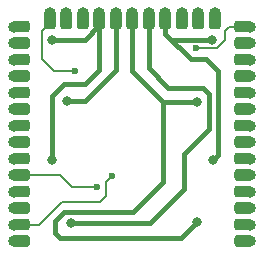
<source format=gtl>
G04 #@! TF.GenerationSoftware,KiCad,Pcbnew,(5.1.10)-1*
G04 #@! TF.CreationDate,2021-10-06T10:46:06+02:00*
G04 #@! TF.ProjectId,OBJEX_Socket-V2.0,4f424a45-585f-4536-9f63-6b65742d5632,rev?*
G04 #@! TF.SameCoordinates,Original*
G04 #@! TF.FileFunction,Copper,L1,Top*
G04 #@! TF.FilePolarity,Positive*
%FSLAX46Y46*%
G04 Gerber Fmt 4.6, Leading zero omitted, Abs format (unit mm)*
G04 Created by KiCad (PCBNEW (5.1.10)-1) date 2021-10-06 10:46:06*
%MOMM*%
%LPD*%
G01*
G04 APERTURE LIST*
G04 #@! TA.AperFunction,ComponentPad*
%ADD10O,1.000000X1.000000*%
G04 #@! TD*
G04 #@! TA.AperFunction,ViaPad*
%ADD11C,0.800000*%
G04 #@! TD*
G04 #@! TA.AperFunction,ViaPad*
%ADD12C,0.600000*%
G04 #@! TD*
G04 #@! TA.AperFunction,Conductor*
%ADD13C,0.400000*%
G04 #@! TD*
G04 #@! TA.AperFunction,Conductor*
%ADD14C,0.200000*%
G04 #@! TD*
G04 APERTURE END LIST*
G04 #@! TA.AperFunction,ComponentPad*
G36*
G01*
X135347520Y-88837960D02*
X135347520Y-89337960D01*
G75*
G02*
X135097520Y-89587960I-250000J0D01*
G01*
X134097520Y-89587960D01*
G75*
G02*
X133847520Y-89337960I0J250000D01*
G01*
X133847520Y-88837960D01*
G75*
G02*
X134097520Y-88587960I250000J0D01*
G01*
X135097520Y-88587960D01*
G75*
G02*
X135347520Y-88837960I0J-250000D01*
G01*
G37*
G04 #@! TD.AperFunction*
D10*
X133981520Y-89089560D03*
X133981520Y-90486560D03*
G04 #@! TA.AperFunction,ComponentPad*
G36*
G01*
X135347520Y-90234960D02*
X135347520Y-90734960D01*
G75*
G02*
X135097520Y-90984960I-250000J0D01*
G01*
X134097520Y-90984960D01*
G75*
G02*
X133847520Y-90734960I0J250000D01*
G01*
X133847520Y-90234960D01*
G75*
G02*
X134097520Y-89984960I250000J0D01*
G01*
X135097520Y-89984960D01*
G75*
G02*
X135347520Y-90234960I0J-250000D01*
G01*
G37*
G04 #@! TD.AperFunction*
X133981520Y-91883560D03*
G04 #@! TA.AperFunction,ComponentPad*
G36*
G01*
X135347520Y-91631960D02*
X135347520Y-92131960D01*
G75*
G02*
X135097520Y-92381960I-250000J0D01*
G01*
X134097520Y-92381960D01*
G75*
G02*
X133847520Y-92131960I0J250000D01*
G01*
X133847520Y-91631960D01*
G75*
G02*
X134097520Y-91381960I250000J0D01*
G01*
X135097520Y-91381960D01*
G75*
G02*
X135347520Y-91631960I0J-250000D01*
G01*
G37*
G04 #@! TD.AperFunction*
G04 #@! TA.AperFunction,ComponentPad*
G36*
G01*
X135347520Y-94425960D02*
X135347520Y-94925960D01*
G75*
G02*
X135097520Y-95175960I-250000J0D01*
G01*
X134097520Y-95175960D01*
G75*
G02*
X133847520Y-94925960I0J250000D01*
G01*
X133847520Y-94425960D01*
G75*
G02*
X134097520Y-94175960I250000J0D01*
G01*
X135097520Y-94175960D01*
G75*
G02*
X135347520Y-94425960I0J-250000D01*
G01*
G37*
G04 #@! TD.AperFunction*
X133981520Y-94677560D03*
X133981520Y-93280560D03*
G04 #@! TA.AperFunction,ComponentPad*
G36*
G01*
X135347520Y-93028960D02*
X135347520Y-93528960D01*
G75*
G02*
X135097520Y-93778960I-250000J0D01*
G01*
X134097520Y-93778960D01*
G75*
G02*
X133847520Y-93528960I0J250000D01*
G01*
X133847520Y-93028960D01*
G75*
G02*
X134097520Y-92778960I250000J0D01*
G01*
X135097520Y-92778960D01*
G75*
G02*
X135347520Y-93028960I0J-250000D01*
G01*
G37*
G04 #@! TD.AperFunction*
G04 #@! TA.AperFunction,ComponentPad*
G36*
G01*
X135347520Y-95822960D02*
X135347520Y-96322960D01*
G75*
G02*
X135097520Y-96572960I-250000J0D01*
G01*
X134097520Y-96572960D01*
G75*
G02*
X133847520Y-96322960I0J250000D01*
G01*
X133847520Y-95822960D01*
G75*
G02*
X134097520Y-95572960I250000J0D01*
G01*
X135097520Y-95572960D01*
G75*
G02*
X135347520Y-95822960I0J-250000D01*
G01*
G37*
G04 #@! TD.AperFunction*
X133981520Y-96074560D03*
G04 #@! TA.AperFunction,ComponentPad*
G36*
G01*
X135347520Y-98616960D02*
X135347520Y-99116960D01*
G75*
G02*
X135097520Y-99366960I-250000J0D01*
G01*
X134097520Y-99366960D01*
G75*
G02*
X133847520Y-99116960I0J250000D01*
G01*
X133847520Y-98616960D01*
G75*
G02*
X134097520Y-98366960I250000J0D01*
G01*
X135097520Y-98366960D01*
G75*
G02*
X135347520Y-98616960I0J-250000D01*
G01*
G37*
G04 #@! TD.AperFunction*
X133981520Y-98868560D03*
X133981520Y-97471560D03*
G04 #@! TA.AperFunction,ComponentPad*
G36*
G01*
X135347520Y-97219960D02*
X135347520Y-97719960D01*
G75*
G02*
X135097520Y-97969960I-250000J0D01*
G01*
X134097520Y-97969960D01*
G75*
G02*
X133847520Y-97719960I0J250000D01*
G01*
X133847520Y-97219960D01*
G75*
G02*
X134097520Y-96969960I250000J0D01*
G01*
X135097520Y-96969960D01*
G75*
G02*
X135347520Y-97219960I0J-250000D01*
G01*
G37*
G04 #@! TD.AperFunction*
X133981520Y-101662560D03*
G04 #@! TA.AperFunction,ComponentPad*
G36*
G01*
X135347520Y-100013960D02*
X135347520Y-100513960D01*
G75*
G02*
X135097520Y-100763960I-250000J0D01*
G01*
X134097520Y-100763960D01*
G75*
G02*
X133847520Y-100513960I0J250000D01*
G01*
X133847520Y-100013960D01*
G75*
G02*
X134097520Y-99763960I250000J0D01*
G01*
X135097520Y-99763960D01*
G75*
G02*
X135347520Y-100013960I0J-250000D01*
G01*
G37*
G04 #@! TD.AperFunction*
X133981520Y-104456560D03*
G04 #@! TA.AperFunction,ComponentPad*
G36*
G01*
X135347520Y-104204960D02*
X135347520Y-104704960D01*
G75*
G02*
X135097520Y-104954960I-250000J0D01*
G01*
X134097520Y-104954960D01*
G75*
G02*
X133847520Y-104704960I0J250000D01*
G01*
X133847520Y-104204960D01*
G75*
G02*
X134097520Y-103954960I250000J0D01*
G01*
X135097520Y-103954960D01*
G75*
G02*
X135347520Y-104204960I0J-250000D01*
G01*
G37*
G04 #@! TD.AperFunction*
X133981520Y-100265560D03*
X133981520Y-103059560D03*
G04 #@! TA.AperFunction,ComponentPad*
G36*
G01*
X135347520Y-102807960D02*
X135347520Y-103307960D01*
G75*
G02*
X135097520Y-103557960I-250000J0D01*
G01*
X134097520Y-103557960D01*
G75*
G02*
X133847520Y-103307960I0J250000D01*
G01*
X133847520Y-102807960D01*
G75*
G02*
X134097520Y-102557960I250000J0D01*
G01*
X135097520Y-102557960D01*
G75*
G02*
X135347520Y-102807960I0J-250000D01*
G01*
G37*
G04 #@! TD.AperFunction*
G04 #@! TA.AperFunction,ComponentPad*
G36*
G01*
X135347520Y-101410960D02*
X135347520Y-101910960D01*
G75*
G02*
X135097520Y-102160960I-250000J0D01*
G01*
X134097520Y-102160960D01*
G75*
G02*
X133847520Y-101910960I0J250000D01*
G01*
X133847520Y-101410960D01*
G75*
G02*
X134097520Y-101160960I250000J0D01*
G01*
X135097520Y-101160960D01*
G75*
G02*
X135347520Y-101410960I0J-250000D01*
G01*
G37*
G04 #@! TD.AperFunction*
X133981520Y-87692560D03*
G04 #@! TA.AperFunction,ComponentPad*
G36*
G01*
X135347520Y-87440960D02*
X135347520Y-87940960D01*
G75*
G02*
X135097520Y-88190960I-250000J0D01*
G01*
X134097520Y-88190960D01*
G75*
G02*
X133847520Y-87940960I0J250000D01*
G01*
X133847520Y-87440960D01*
G75*
G02*
X134097520Y-87190960I250000J0D01*
G01*
X135097520Y-87190960D01*
G75*
G02*
X135347520Y-87440960I0J-250000D01*
G01*
G37*
G04 #@! TD.AperFunction*
G04 #@! TA.AperFunction,ComponentPad*
G36*
G01*
X154156120Y-87440960D02*
X154156120Y-87940960D01*
G75*
G02*
X153906120Y-88190960I-250000J0D01*
G01*
X152906120Y-88190960D01*
G75*
G02*
X152656120Y-87940960I0J250000D01*
G01*
X152656120Y-87440960D01*
G75*
G02*
X152906120Y-87190960I250000J0D01*
G01*
X153906120Y-87190960D01*
G75*
G02*
X154156120Y-87440960I0J-250000D01*
G01*
G37*
G04 #@! TD.AperFunction*
X154022120Y-103059560D03*
G04 #@! TA.AperFunction,ComponentPad*
G36*
G01*
X154156120Y-95822960D02*
X154156120Y-96322960D01*
G75*
G02*
X153906120Y-96572960I-250000J0D01*
G01*
X152906120Y-96572960D01*
G75*
G02*
X152656120Y-96322960I0J250000D01*
G01*
X152656120Y-95822960D01*
G75*
G02*
X152906120Y-95572960I250000J0D01*
G01*
X153906120Y-95572960D01*
G75*
G02*
X154156120Y-95822960I0J-250000D01*
G01*
G37*
G04 #@! TD.AperFunction*
X154022120Y-90486560D03*
X154022120Y-91883560D03*
G04 #@! TA.AperFunction,ComponentPad*
G36*
G01*
X154156120Y-101410960D02*
X154156120Y-101910960D01*
G75*
G02*
X153906120Y-102160960I-250000J0D01*
G01*
X152906120Y-102160960D01*
G75*
G02*
X152656120Y-101910960I0J250000D01*
G01*
X152656120Y-101410960D01*
G75*
G02*
X152906120Y-101160960I250000J0D01*
G01*
X153906120Y-101160960D01*
G75*
G02*
X154156120Y-101410960I0J-250000D01*
G01*
G37*
G04 #@! TD.AperFunction*
G04 #@! TA.AperFunction,ComponentPad*
G36*
G01*
X154156120Y-104204960D02*
X154156120Y-104704960D01*
G75*
G02*
X153906120Y-104954960I-250000J0D01*
G01*
X152906120Y-104954960D01*
G75*
G02*
X152656120Y-104704960I0J250000D01*
G01*
X152656120Y-104204960D01*
G75*
G02*
X152906120Y-103954960I250000J0D01*
G01*
X153906120Y-103954960D01*
G75*
G02*
X154156120Y-104204960I0J-250000D01*
G01*
G37*
G04 #@! TD.AperFunction*
G04 #@! TA.AperFunction,ComponentPad*
G36*
G01*
X154156120Y-97219960D02*
X154156120Y-97719960D01*
G75*
G02*
X153906120Y-97969960I-250000J0D01*
G01*
X152906120Y-97969960D01*
G75*
G02*
X152656120Y-97719960I0J250000D01*
G01*
X152656120Y-97219960D01*
G75*
G02*
X152906120Y-96969960I250000J0D01*
G01*
X153906120Y-96969960D01*
G75*
G02*
X154156120Y-97219960I0J-250000D01*
G01*
G37*
G04 #@! TD.AperFunction*
G04 #@! TA.AperFunction,ComponentPad*
G36*
G01*
X154156120Y-93028960D02*
X154156120Y-93528960D01*
G75*
G02*
X153906120Y-93778960I-250000J0D01*
G01*
X152906120Y-93778960D01*
G75*
G02*
X152656120Y-93528960I0J250000D01*
G01*
X152656120Y-93028960D01*
G75*
G02*
X152906120Y-92778960I250000J0D01*
G01*
X153906120Y-92778960D01*
G75*
G02*
X154156120Y-93028960I0J-250000D01*
G01*
G37*
G04 #@! TD.AperFunction*
X154022120Y-94677560D03*
X154022120Y-98868560D03*
X154022120Y-100265560D03*
G04 #@! TA.AperFunction,ComponentPad*
G36*
G01*
X154156120Y-88837960D02*
X154156120Y-89337960D01*
G75*
G02*
X153906120Y-89587960I-250000J0D01*
G01*
X152906120Y-89587960D01*
G75*
G02*
X152656120Y-89337960I0J250000D01*
G01*
X152656120Y-88837960D01*
G75*
G02*
X152906120Y-88587960I250000J0D01*
G01*
X153906120Y-88587960D01*
G75*
G02*
X154156120Y-88837960I0J-250000D01*
G01*
G37*
G04 #@! TD.AperFunction*
X154022120Y-104456560D03*
X154022120Y-89089560D03*
G04 #@! TA.AperFunction,ComponentPad*
G36*
G01*
X154156120Y-100013960D02*
X154156120Y-100513960D01*
G75*
G02*
X153906120Y-100763960I-250000J0D01*
G01*
X152906120Y-100763960D01*
G75*
G02*
X152656120Y-100513960I0J250000D01*
G01*
X152656120Y-100013960D01*
G75*
G02*
X152906120Y-99763960I250000J0D01*
G01*
X153906120Y-99763960D01*
G75*
G02*
X154156120Y-100013960I0J-250000D01*
G01*
G37*
G04 #@! TD.AperFunction*
G04 #@! TA.AperFunction,ComponentPad*
G36*
G01*
X154156120Y-102807960D02*
X154156120Y-103307960D01*
G75*
G02*
X153906120Y-103557960I-250000J0D01*
G01*
X152906120Y-103557960D01*
G75*
G02*
X152656120Y-103307960I0J250000D01*
G01*
X152656120Y-102807960D01*
G75*
G02*
X152906120Y-102557960I250000J0D01*
G01*
X153906120Y-102557960D01*
G75*
G02*
X154156120Y-102807960I0J-250000D01*
G01*
G37*
G04 #@! TD.AperFunction*
X154022120Y-97471560D03*
G04 #@! TA.AperFunction,ComponentPad*
G36*
G01*
X154156120Y-94425960D02*
X154156120Y-94925960D01*
G75*
G02*
X153906120Y-95175960I-250000J0D01*
G01*
X152906120Y-95175960D01*
G75*
G02*
X152656120Y-94925960I0J250000D01*
G01*
X152656120Y-94425960D01*
G75*
G02*
X152906120Y-94175960I250000J0D01*
G01*
X153906120Y-94175960D01*
G75*
G02*
X154156120Y-94425960I0J-250000D01*
G01*
G37*
G04 #@! TD.AperFunction*
G04 #@! TA.AperFunction,ComponentPad*
G36*
G01*
X154156120Y-98616960D02*
X154156120Y-99116960D01*
G75*
G02*
X153906120Y-99366960I-250000J0D01*
G01*
X152906120Y-99366960D01*
G75*
G02*
X152656120Y-99116960I0J250000D01*
G01*
X152656120Y-98616960D01*
G75*
G02*
X152906120Y-98366960I250000J0D01*
G01*
X153906120Y-98366960D01*
G75*
G02*
X154156120Y-98616960I0J-250000D01*
G01*
G37*
G04 #@! TD.AperFunction*
X154022120Y-96074560D03*
X154022120Y-93280560D03*
G04 #@! TA.AperFunction,ComponentPad*
G36*
G01*
X154156120Y-90234960D02*
X154156120Y-90734960D01*
G75*
G02*
X153906120Y-90984960I-250000J0D01*
G01*
X152906120Y-90984960D01*
G75*
G02*
X152656120Y-90734960I0J250000D01*
G01*
X152656120Y-90234960D01*
G75*
G02*
X152906120Y-89984960I250000J0D01*
G01*
X153906120Y-89984960D01*
G75*
G02*
X154156120Y-90234960I0J-250000D01*
G01*
G37*
G04 #@! TD.AperFunction*
X154022120Y-101662560D03*
X154022120Y-87692560D03*
G04 #@! TA.AperFunction,ComponentPad*
G36*
G01*
X154156120Y-91631960D02*
X154156120Y-92131960D01*
G75*
G02*
X153906120Y-92381960I-250000J0D01*
G01*
X152906120Y-92381960D01*
G75*
G02*
X152656120Y-92131960I0J250000D01*
G01*
X152656120Y-91631960D01*
G75*
G02*
X152906120Y-91381960I250000J0D01*
G01*
X153906120Y-91381960D01*
G75*
G02*
X154156120Y-91631960I0J-250000D01*
G01*
G37*
G04 #@! TD.AperFunction*
G04 #@! TA.AperFunction,ComponentPad*
G36*
G01*
X135347520Y-86043960D02*
X135347520Y-86543960D01*
G75*
G02*
X135097520Y-86793960I-250000J0D01*
G01*
X134097520Y-86793960D01*
G75*
G02*
X133847520Y-86543960I0J250000D01*
G01*
X133847520Y-86043960D01*
G75*
G02*
X134097520Y-85793960I250000J0D01*
G01*
X135097520Y-85793960D01*
G75*
G02*
X135347520Y-86043960I0J-250000D01*
G01*
G37*
G04 #@! TD.AperFunction*
X133981520Y-86295560D03*
G04 #@! TA.AperFunction,ComponentPad*
G36*
G01*
X154156120Y-86043960D02*
X154156120Y-86543960D01*
G75*
G02*
X153906120Y-86793960I-250000J0D01*
G01*
X152906120Y-86793960D01*
G75*
G02*
X152656120Y-86543960I0J250000D01*
G01*
X152656120Y-86043960D01*
G75*
G02*
X152906120Y-85793960I250000J0D01*
G01*
X153906120Y-85793960D01*
G75*
G02*
X154156120Y-86043960I0J-250000D01*
G01*
G37*
G04 #@! TD.AperFunction*
X154022120Y-86295560D03*
G04 #@! TA.AperFunction,ComponentPad*
G36*
G01*
X137279520Y-86542360D02*
X136779520Y-86542360D01*
G75*
G02*
X136529520Y-86292360I0J250000D01*
G01*
X136529520Y-85292360D01*
G75*
G02*
X136779520Y-85042360I250000J0D01*
G01*
X137279520Y-85042360D01*
G75*
G02*
X137529520Y-85292360I0J-250000D01*
G01*
X137529520Y-86292360D01*
G75*
G02*
X137279520Y-86542360I-250000J0D01*
G01*
G37*
G04 #@! TD.AperFunction*
G04 #@! TA.AperFunction,ComponentPad*
G36*
G01*
X138676520Y-86542360D02*
X138176520Y-86542360D01*
G75*
G02*
X137926520Y-86292360I0J250000D01*
G01*
X137926520Y-85292360D01*
G75*
G02*
X138176520Y-85042360I250000J0D01*
G01*
X138676520Y-85042360D01*
G75*
G02*
X138926520Y-85292360I0J-250000D01*
G01*
X138926520Y-86292360D01*
G75*
G02*
X138676520Y-86542360I-250000J0D01*
G01*
G37*
G04 #@! TD.AperFunction*
G04 #@! TA.AperFunction,ComponentPad*
G36*
G01*
X148455520Y-86542360D02*
X147955520Y-86542360D01*
G75*
G02*
X147705520Y-86292360I0J250000D01*
G01*
X147705520Y-85292360D01*
G75*
G02*
X147955520Y-85042360I250000J0D01*
G01*
X148455520Y-85042360D01*
G75*
G02*
X148705520Y-85292360I0J-250000D01*
G01*
X148705520Y-86292360D01*
G75*
G02*
X148455520Y-86542360I-250000J0D01*
G01*
G37*
G04 #@! TD.AperFunction*
X148203920Y-85176360D03*
X137027920Y-85176360D03*
G04 #@! TA.AperFunction,ComponentPad*
G36*
G01*
X142867520Y-86542360D02*
X142367520Y-86542360D01*
G75*
G02*
X142117520Y-86292360I0J250000D01*
G01*
X142117520Y-85292360D01*
G75*
G02*
X142367520Y-85042360I250000J0D01*
G01*
X142867520Y-85042360D01*
G75*
G02*
X143117520Y-85292360I0J-250000D01*
G01*
X143117520Y-86292360D01*
G75*
G02*
X142867520Y-86542360I-250000J0D01*
G01*
G37*
G04 #@! TD.AperFunction*
X146806920Y-85176360D03*
X145409920Y-85176360D03*
G04 #@! TA.AperFunction,ComponentPad*
G36*
G01*
X140073520Y-86542360D02*
X139573520Y-86542360D01*
G75*
G02*
X139323520Y-86292360I0J250000D01*
G01*
X139323520Y-85292360D01*
G75*
G02*
X139573520Y-85042360I250000J0D01*
G01*
X140073520Y-85042360D01*
G75*
G02*
X140323520Y-85292360I0J-250000D01*
G01*
X140323520Y-86292360D01*
G75*
G02*
X140073520Y-86542360I-250000J0D01*
G01*
G37*
G04 #@! TD.AperFunction*
G04 #@! TA.AperFunction,ComponentPad*
G36*
G01*
X151249520Y-86542360D02*
X150749520Y-86542360D01*
G75*
G02*
X150499520Y-86292360I0J250000D01*
G01*
X150499520Y-85292360D01*
G75*
G02*
X150749520Y-85042360I250000J0D01*
G01*
X151249520Y-85042360D01*
G75*
G02*
X151499520Y-85292360I0J-250000D01*
G01*
X151499520Y-86292360D01*
G75*
G02*
X151249520Y-86542360I-250000J0D01*
G01*
G37*
G04 #@! TD.AperFunction*
X144012920Y-85176360D03*
G04 #@! TA.AperFunction,ComponentPad*
G36*
G01*
X145661520Y-86542360D02*
X145161520Y-86542360D01*
G75*
G02*
X144911520Y-86292360I0J250000D01*
G01*
X144911520Y-85292360D01*
G75*
G02*
X145161520Y-85042360I250000J0D01*
G01*
X145661520Y-85042360D01*
G75*
G02*
X145911520Y-85292360I0J-250000D01*
G01*
X145911520Y-86292360D01*
G75*
G02*
X145661520Y-86542360I-250000J0D01*
G01*
G37*
G04 #@! TD.AperFunction*
G04 #@! TA.AperFunction,ComponentPad*
G36*
G01*
X144264520Y-86542360D02*
X143764520Y-86542360D01*
G75*
G02*
X143514520Y-86292360I0J250000D01*
G01*
X143514520Y-85292360D01*
G75*
G02*
X143764520Y-85042360I250000J0D01*
G01*
X144264520Y-85042360D01*
G75*
G02*
X144514520Y-85292360I0J-250000D01*
G01*
X144514520Y-86292360D01*
G75*
G02*
X144264520Y-86542360I-250000J0D01*
G01*
G37*
G04 #@! TD.AperFunction*
X149600920Y-85176360D03*
X141218920Y-85176360D03*
X150997920Y-85176360D03*
X142615920Y-85176360D03*
X138424920Y-85176360D03*
G04 #@! TA.AperFunction,ComponentPad*
G36*
G01*
X147058520Y-86542360D02*
X146558520Y-86542360D01*
G75*
G02*
X146308520Y-86292360I0J250000D01*
G01*
X146308520Y-85292360D01*
G75*
G02*
X146558520Y-85042360I250000J0D01*
G01*
X147058520Y-85042360D01*
G75*
G02*
X147308520Y-85292360I0J-250000D01*
G01*
X147308520Y-86292360D01*
G75*
G02*
X147058520Y-86542360I-250000J0D01*
G01*
G37*
G04 #@! TD.AperFunction*
G04 #@! TA.AperFunction,ComponentPad*
G36*
G01*
X141470520Y-86542360D02*
X140970520Y-86542360D01*
G75*
G02*
X140720520Y-86292360I0J250000D01*
G01*
X140720520Y-85292360D01*
G75*
G02*
X140970520Y-85042360I250000J0D01*
G01*
X141470520Y-85042360D01*
G75*
G02*
X141720520Y-85292360I0J-250000D01*
G01*
X141720520Y-86292360D01*
G75*
G02*
X141470520Y-86542360I-250000J0D01*
G01*
G37*
G04 #@! TD.AperFunction*
X139821920Y-85176360D03*
G04 #@! TA.AperFunction,ComponentPad*
G36*
G01*
X149852520Y-86542360D02*
X149352520Y-86542360D01*
G75*
G02*
X149102520Y-86292360I0J250000D01*
G01*
X149102520Y-85292360D01*
G75*
G02*
X149352520Y-85042360I250000J0D01*
G01*
X149852520Y-85042360D01*
G75*
G02*
X150102520Y-85292360I0J-250000D01*
G01*
X150102520Y-86292360D01*
G75*
G02*
X149852520Y-86542360I-250000J0D01*
G01*
G37*
G04 #@! TD.AperFunction*
D11*
X150774400Y-87403940D03*
X150815040Y-97596960D03*
X137213340Y-97589340D03*
X137195560Y-87406480D03*
X149481540Y-92687140D03*
X149463760Y-102885240D03*
X138475720Y-92638880D03*
D12*
X149395180Y-88143080D03*
X141053440Y-99890960D03*
X142300960Y-98971100D03*
X139164060Y-90045540D03*
D11*
X138798300Y-102943660D03*
D13*
X137213340Y-92179140D02*
X137213340Y-97589340D01*
X138209020Y-91183460D02*
X137213340Y-92179140D01*
X139979400Y-91183460D02*
X138209020Y-91183460D01*
X141220520Y-89942340D02*
X139979400Y-91183460D01*
X141220520Y-86192360D02*
X141220520Y-89942340D01*
X140006400Y-87406480D02*
X141220520Y-86192360D01*
X137195560Y-87406480D02*
X140006400Y-87406480D01*
X150774400Y-87403940D02*
X147322540Y-87403940D01*
X146808520Y-86889920D02*
X146808520Y-86192360D01*
X147322540Y-87403940D02*
X146808520Y-86889920D01*
X151239220Y-97172780D02*
X150815040Y-97596960D01*
X151239220Y-90045540D02*
X151239220Y-97172780D01*
X150243540Y-89049860D02*
X151239220Y-90045540D01*
X148968460Y-89049860D02*
X150243540Y-89049860D01*
X146808520Y-86889920D02*
X148968460Y-89049860D01*
X149481540Y-92687140D02*
X146657060Y-92687140D01*
X144014520Y-90044600D02*
X144014520Y-86192360D01*
X146657060Y-92687140D02*
X144014520Y-90044600D01*
X146657060Y-92687140D02*
X146657060Y-99423220D01*
X146657060Y-99423220D02*
X144104360Y-101975920D01*
X144104360Y-101975920D02*
X138244580Y-101975920D01*
X138244580Y-101975920D02*
X137467340Y-102753160D01*
X137467340Y-102753160D02*
X137467340Y-103753920D01*
X137467340Y-103753920D02*
X137883900Y-104170480D01*
X148178520Y-104170480D02*
X149463760Y-102885240D01*
X137883900Y-104170480D02*
X148178520Y-104170480D01*
X138475720Y-92638880D02*
X139976860Y-92638880D01*
X142617520Y-89998220D02*
X142617520Y-86192360D01*
X139976860Y-92638880D02*
X142617520Y-89998220D01*
D14*
X153006120Y-86293960D02*
X153006120Y-86294900D01*
X151157940Y-88143080D02*
X149395180Y-88143080D01*
X153006120Y-86293960D02*
X152245060Y-86293960D01*
X152245060Y-86293960D02*
X151902160Y-86636860D01*
X151902160Y-87398860D02*
X151157940Y-88143080D01*
X151902160Y-86636860D02*
X151902160Y-87398860D01*
X134997520Y-98866960D02*
X137919460Y-98866960D01*
X138943460Y-99890960D02*
X141053440Y-99890960D01*
X137919460Y-98866960D02*
X138943460Y-99890960D01*
X134997520Y-103057960D02*
X136121140Y-103057960D01*
X136121140Y-103057960D02*
X138028680Y-101150420D01*
X138028680Y-101150420D02*
X141292580Y-101150420D01*
X141292580Y-101150420D02*
X141808200Y-100634800D01*
X141808200Y-99463860D02*
X142300960Y-98971100D01*
X141808200Y-100634800D02*
X141808200Y-99463860D01*
X137029520Y-86192360D02*
X136847580Y-86192360D01*
X136847580Y-86192360D02*
X136385300Y-86654640D01*
X136385300Y-86654640D02*
X136385300Y-89027000D01*
X137403840Y-90045540D02*
X139164060Y-90045540D01*
X136385300Y-89027000D02*
X137403840Y-90045540D01*
D13*
X140474700Y-102943660D02*
X138798300Y-102943660D01*
X145508980Y-102943660D02*
X140474700Y-102943660D01*
X148396960Y-100055680D02*
X145508980Y-102943660D01*
X150522940Y-94957900D02*
X148396960Y-97083880D01*
X150522940Y-91968320D02*
X150522940Y-94957900D01*
X147048220Y-91475560D02*
X150030180Y-91475560D01*
X150030180Y-91475560D02*
X150522940Y-91968320D01*
X145411520Y-89838860D02*
X147048220Y-91475560D01*
X148396960Y-97083880D02*
X148396960Y-100055680D01*
X145411520Y-86192360D02*
X145411520Y-89838860D01*
M02*

</source>
